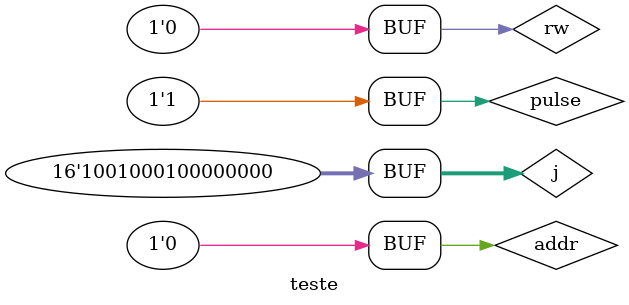
<source format=v>

`include "jkff.v"

module teste;
	wire clk;
	wire [7:0] s0, s1, s;
	wire [3:0] n;
	reg  [15:0] j;
	reg addr, rw;
	reg pulse;

	initial begin
		j = 16'b1111111111111111; addr = 0; rw = 0; pulse = 1;
	end

	jkff JKFF07 ( s0[7], n[3], j[7], ~j[7], pulse & ~addr & ~rw );
	jkff JKFF06 ( s0[6], n[2], j[6], ~j[6], pulse & ~addr & ~rw );
	jkff JKFF05 ( s0[5], n[1], j[5], ~j[5], pulse & ~addr & ~rw );
	jkff JKFF04 ( s0[4], n[0], j[4], ~j[4], pulse & ~addr & ~rw );
	jkff JKFF03 ( s0[3], n[3], j[3], ~j[3], pulse & ~addr & ~rw );
	jkff JKFF02 ( s0[2], n[2], j[2], ~j[2], pulse & ~addr & ~rw );
	jkff JKFF01 ( s0[1], n[1], j[1], ~j[1], pulse & ~addr & ~rw );
	jkff JKFF00 ( s0[0], n[0], j[0], ~j[0], pulse & ~addr & ~rw );
	
	jkff JKFF18 ( s1[7], n[3], j[15], ~j[15], pulse & ~addr & ~rw );
	jkff JKFF17 ( s1[6], n[2], j[14], ~j[14], pulse & ~addr & ~rw );
	jkff JKFF16 ( s1[5], n[1], j[13], ~j[13], pulse & ~addr & ~rw );
	jkff JKFF15 ( s1[4], n[0], j[12], ~j[12], pulse & ~addr & ~rw );
	jkff JKFF13 ( s1[3], n[3], j[11], ~j[11], pulse & ~addr & ~rw );
	jkff JKFF12 ( s1[2], n[2], j[10], ~j[10], pulse & ~addr & ~rw );
	jkff JKFF11 ( s1[1], n[1], j[9], ~j[9], pulse & ~addr & ~rw );
	jkff JKFF10 ( s1[0], n[0], j[8], ~j[8], pulse & ~addr & ~rw );
	
	//result rs ( s, s0, s1, addr );
	
	initial begin
		$monitor ( "%d %8b_%8b", $time, s1, s0 );
		#1 pulse = 0; j= 16'b0000_0000_0101_1001;
		#1 pulse = 1;
		#1 pulse = 0; j= 16'b0101_1001_1001_1010;
		#1 pulse = 1;
		#1 pulse = 0; j= 16'b1001_1010_0011_1000;
		#1 pulse = 1;
		#1 pulse = 0; j= 16'b0011_1000_1111_1111;
		#1 pulse = 1;
		#1 pulse = 0; j= 16'b1111_1111_0010_0100;
		#1 pulse = 1;
		#1 pulse = 0; j= 16'b0010_0100_1010_1010;
		#1 pulse = 1;
		#1 pulse = 0; j= 16'b1010_1010_1001_0001;
		#1 pulse = 1;
		#1 pulse = 0; j= 16'b1001_0001_0000_0000;
		#1 pulse = 1;
end

endmodule

</source>
